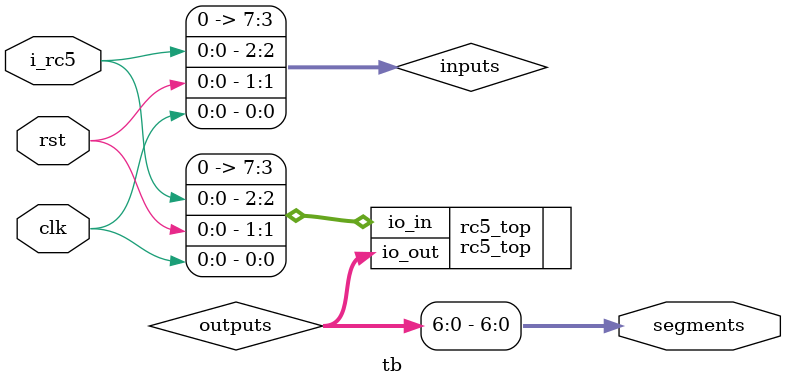
<source format=v>
`default_nettype none
`timescale 1ns/1ps

/*
this testbench just instantiates the module and makes some convenient wires
that can be driven / tested by the cocotb test.py
*/

module tb (
    // testbench is controlled by test.py
    input clk,
    input rst,
    input i_rc5,
    output [6:0] segments
   );

    // this part dumps the trace to a vcd file that can be viewed with GTKWave
    initial begin
        $dumpfile ("tb.vcd");
        $dumpvars (0, tb);
        #1;
    end

    // wire up the inputs and outputs
    wire [7:0] inputs = {5'b0, i_rc5, rst, clk};
    wire [7:0] outputs;
    assign segments = outputs[6:0];

    // instantiate the DUT
    rc5_top rc5_top(
        .io_in  (inputs),
        .io_out (outputs)
        );

endmodule

</source>
